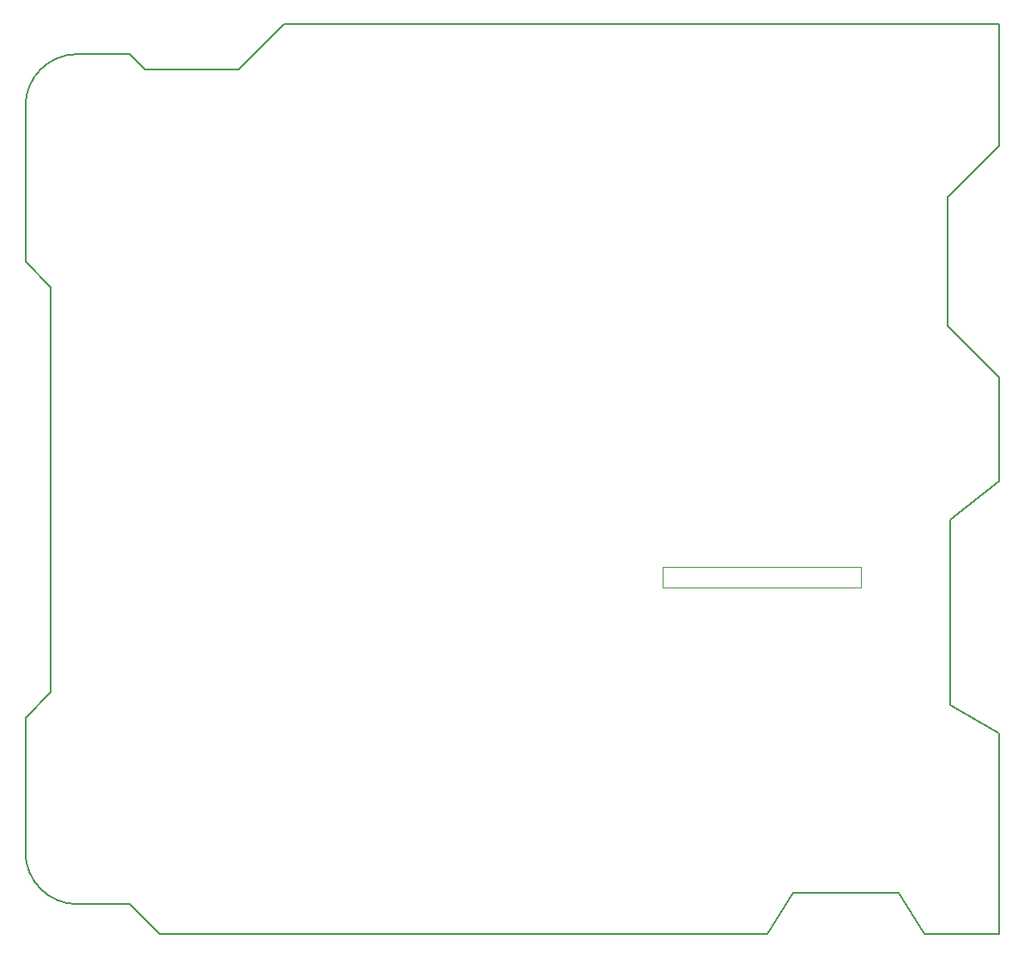
<source format=gm1>
G04 #@! TF.GenerationSoftware,KiCad,Pcbnew,6.0.0-unknown-da645c5~86~ubuntu18.04.1*
G04 #@! TF.CreationDate,2019-07-12T17:08:20-04:00*
G04 #@! TF.ProjectId,OBC,4f42432e-6b69-4636-9164-5f7063625858,rev?*
G04 #@! TF.SameCoordinates,Original*
G04 #@! TF.FileFunction,Profile,NP*
%FSLAX46Y46*%
G04 Gerber Fmt 4.6, Leading zero omitted, Abs format (unit mm)*
G04 Created by KiCad (PCBNEW 6.0.0-unknown-da645c5~86~ubuntu18.04.1) date 2019-07-12 17:08:20*
%MOMM*%
%LPD*%
G04 APERTURE LIST*
%ADD10C,0.120000*%
%ADD11C,0.200000*%
G04 APERTURE END LIST*
D10*
X150975000Y-101450000D02*
X150975000Y-99400000D01*
X170525000Y-101450000D02*
X150975000Y-101450000D01*
X170525000Y-99400000D02*
X170525000Y-101450000D01*
X150975000Y-99400000D02*
X170525000Y-99400000D01*
D11*
X88095000Y-114305000D02*
X88095000Y-127605000D01*
X88095000Y-53945000D02*
G75*
G02X93225000Y-48815000I5130000J0D01*
G01*
X98405000Y-48815000D02*
X93225000Y-48815000D01*
X99895000Y-50305000D02*
X109115000Y-50305000D01*
X98405000Y-48815000D02*
X99895000Y-50305000D01*
X113605000Y-45825000D02*
X184135000Y-45825000D01*
X109115000Y-50305000D02*
X113605000Y-45825000D01*
X184135000Y-45825000D02*
X184135000Y-57875000D01*
X179085000Y-62935000D02*
X179085000Y-75685000D01*
X184135000Y-57875000D02*
X179085000Y-62935000D01*
X184135000Y-80735000D02*
X184135000Y-90945000D01*
X179085000Y-75685000D02*
X184135000Y-80735000D01*
X179305000Y-94805000D02*
X179305000Y-113095000D01*
X184135000Y-90945000D02*
X179305000Y-94805000D01*
X184135000Y-115885000D02*
X184135000Y-135695000D01*
X179305000Y-113095000D02*
X184135000Y-115885000D01*
X184135000Y-135695000D02*
X176765000Y-135695000D01*
X174205000Y-131595000D02*
X163815000Y-131595000D01*
X176765000Y-135695000D02*
X174205000Y-131595000D01*
X161265000Y-135695000D02*
X101365000Y-135695000D01*
X163815000Y-131595000D02*
X161265000Y-135695000D01*
X90595000Y-111805000D02*
X90595000Y-71805000D01*
X88095000Y-69305000D02*
X88095000Y-53945000D01*
X88095000Y-114305000D02*
X90595000Y-111805000D01*
X90595000Y-71805000D02*
X88095000Y-69305000D01*
X93225000Y-132735000D02*
G75*
G02X88095000Y-127605000I0J5130000D01*
G01*
X98405000Y-132735000D02*
X93225000Y-132735000D01*
X101365000Y-135695000D02*
X98405000Y-132735000D01*
M02*

</source>
